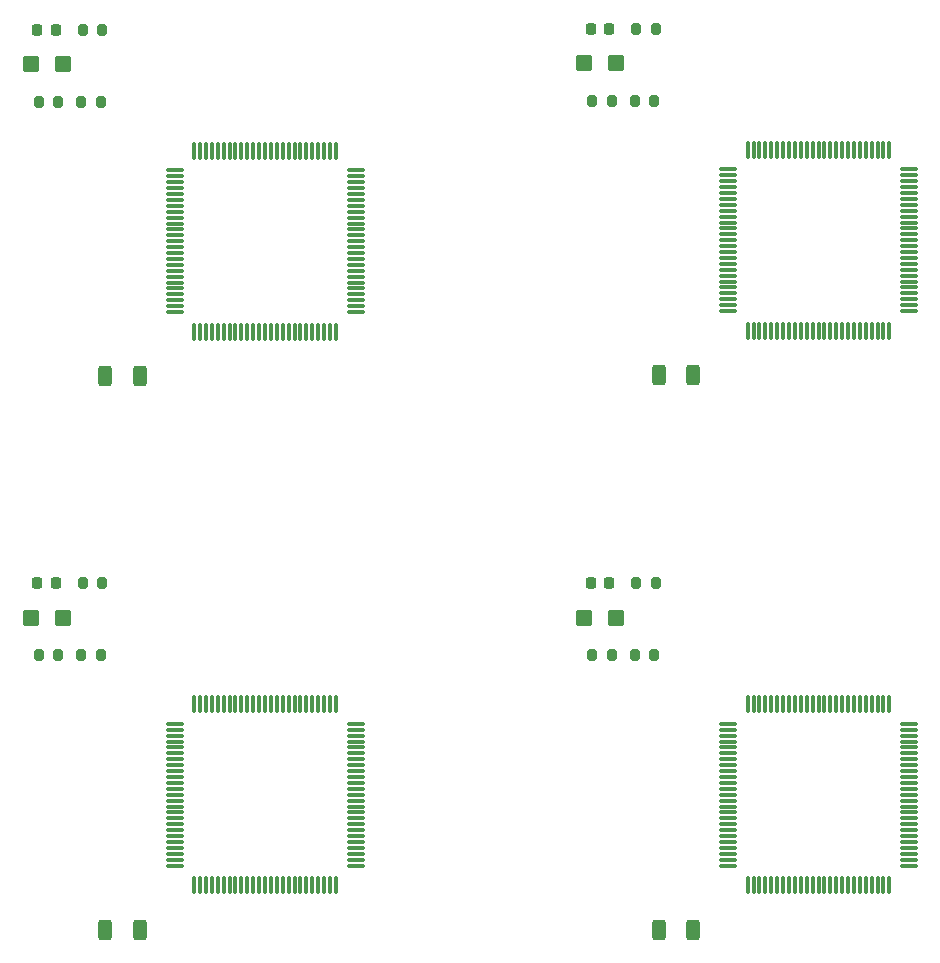
<source format=gts>
%TF.GenerationSoftware,KiCad,Pcbnew,6.0.7+dfsg-1~bpo11+1*%
%TF.CreationDate,2022-08-31T21:43:44+02:00*%
%TF.ProjectId,PIC32MX795F512L,50494333-324d-4583-9739-35463531324c,rev?*%
%TF.SameCoordinates,Original*%
%TF.FileFunction,Soldermask,Top*%
%TF.FilePolarity,Negative*%
%FSLAX46Y46*%
G04 Gerber Fmt 4.6, Leading zero omitted, Abs format (unit mm)*
G04 Created by KiCad (PCBNEW 6.0.7+dfsg-1~bpo11+1) date 2022-08-31 21:43:44*
%MOMM*%
%LPD*%
G01*
G04 APERTURE LIST*
G04 Aperture macros list*
%AMRoundRect*
0 Rectangle with rounded corners*
0 $1 Rounding radius*
0 $2 $3 $4 $5 $6 $7 $8 $9 X,Y pos of 4 corners*
0 Add a 4 corners polygon primitive as box body*
4,1,4,$2,$3,$4,$5,$6,$7,$8,$9,$2,$3,0*
0 Add four circle primitives for the rounded corners*
1,1,$1+$1,$2,$3*
1,1,$1+$1,$4,$5*
1,1,$1+$1,$6,$7*
1,1,$1+$1,$8,$9*
0 Add four rect primitives between the rounded corners*
20,1,$1+$1,$2,$3,$4,$5,0*
20,1,$1+$1,$4,$5,$6,$7,0*
20,1,$1+$1,$6,$7,$8,$9,0*
20,1,$1+$1,$8,$9,$2,$3,0*%
G04 Aperture macros list end*
%ADD10RoundRect,0.218750X0.218750X0.256250X-0.218750X0.256250X-0.218750X-0.256250X0.218750X-0.256250X0*%
%ADD11RoundRect,0.200000X-0.200000X-0.275000X0.200000X-0.275000X0.200000X0.275000X-0.200000X0.275000X0*%
%ADD12RoundRect,0.075000X-0.662500X-0.075000X0.662500X-0.075000X0.662500X0.075000X-0.662500X0.075000X0*%
%ADD13RoundRect,0.075000X-0.075000X-0.662500X0.075000X-0.662500X0.075000X0.662500X-0.075000X0.662500X0*%
%ADD14RoundRect,0.250000X-0.312500X-0.625000X0.312500X-0.625000X0.312500X0.625000X-0.312500X0.625000X0*%
%ADD15RoundRect,0.250000X-0.450000X-0.425000X0.450000X-0.425000X0.450000X0.425000X-0.450000X0.425000X0*%
G04 APERTURE END LIST*
D10*
%TO.C,D1001*%
X148260000Y-85745355D03*
X146685000Y-85745355D03*
%TD*%
D11*
%TO.C,R1001*%
X150559000Y-85745355D03*
X152209000Y-85745355D03*
%TD*%
%TO.C,R104*%
X150432000Y-91841355D03*
X152082000Y-91841355D03*
%TD*%
D12*
%TO.C,U101*%
X158326500Y-97652355D03*
X158326500Y-98152355D03*
X158326500Y-98652355D03*
X158326500Y-99152355D03*
X158326500Y-99652355D03*
X158326500Y-100152355D03*
X158326500Y-100652355D03*
X158326500Y-101152355D03*
X158326500Y-101652355D03*
X158326500Y-102152355D03*
X158326500Y-102652355D03*
X158326500Y-103152355D03*
X158326500Y-103652355D03*
X158326500Y-104152355D03*
X158326500Y-104652355D03*
X158326500Y-105152355D03*
X158326500Y-105652355D03*
X158326500Y-106152355D03*
X158326500Y-106652355D03*
X158326500Y-107152355D03*
X158326500Y-107652355D03*
X158326500Y-108152355D03*
X158326500Y-108652355D03*
X158326500Y-109152355D03*
X158326500Y-109652355D03*
D13*
X159989000Y-111314855D03*
X160489000Y-111314855D03*
X160989000Y-111314855D03*
X161489000Y-111314855D03*
X161989000Y-111314855D03*
X162489000Y-111314855D03*
X162989000Y-111314855D03*
X163489000Y-111314855D03*
X163989000Y-111314855D03*
X164489000Y-111314855D03*
X164989000Y-111314855D03*
X165489000Y-111314855D03*
X165989000Y-111314855D03*
X166489000Y-111314855D03*
X166989000Y-111314855D03*
X167489000Y-111314855D03*
X167989000Y-111314855D03*
X168489000Y-111314855D03*
X168989000Y-111314855D03*
X169489000Y-111314855D03*
X169989000Y-111314855D03*
X170489000Y-111314855D03*
X170989000Y-111314855D03*
X171489000Y-111314855D03*
X171989000Y-111314855D03*
D12*
X173651500Y-109652355D03*
X173651500Y-109152355D03*
X173651500Y-108652355D03*
X173651500Y-108152355D03*
X173651500Y-107652355D03*
X173651500Y-107152355D03*
X173651500Y-106652355D03*
X173651500Y-106152355D03*
X173651500Y-105652355D03*
X173651500Y-105152355D03*
X173651500Y-104652355D03*
X173651500Y-104152355D03*
X173651500Y-103652355D03*
X173651500Y-103152355D03*
X173651500Y-102652355D03*
X173651500Y-102152355D03*
X173651500Y-101652355D03*
X173651500Y-101152355D03*
X173651500Y-100652355D03*
X173651500Y-100152355D03*
X173651500Y-99652355D03*
X173651500Y-99152355D03*
X173651500Y-98652355D03*
X173651500Y-98152355D03*
X173651500Y-97652355D03*
D13*
X171989000Y-95989855D03*
X171489000Y-95989855D03*
X170989000Y-95989855D03*
X170489000Y-95989855D03*
X169989000Y-95989855D03*
X169489000Y-95989855D03*
X168989000Y-95989855D03*
X168489000Y-95989855D03*
X167989000Y-95989855D03*
X167489000Y-95989855D03*
X166989000Y-95989855D03*
X166489000Y-95989855D03*
X165989000Y-95989855D03*
X165489000Y-95989855D03*
X164989000Y-95989855D03*
X164489000Y-95989855D03*
X163989000Y-95989855D03*
X163489000Y-95989855D03*
X162989000Y-95989855D03*
X162489000Y-95989855D03*
X161989000Y-95989855D03*
X161489000Y-95989855D03*
X160989000Y-95989855D03*
X160489000Y-95989855D03*
X159989000Y-95989855D03*
%TD*%
D11*
%TO.C,R103*%
X146812000Y-91841355D03*
X148462000Y-91841355D03*
%TD*%
D14*
%TO.C,R105*%
X152461500Y-115082355D03*
X155386500Y-115082355D03*
%TD*%
D15*
%TO.C,C112*%
X146146500Y-88666355D03*
X148846500Y-88666355D03*
%TD*%
D10*
%TO.C,D1001*%
X101397000Y-85745355D03*
X99822000Y-85745355D03*
%TD*%
D11*
%TO.C,R1001*%
X103696000Y-85745355D03*
X105346000Y-85745355D03*
%TD*%
%TO.C,R104*%
X103569000Y-91841355D03*
X105219000Y-91841355D03*
%TD*%
D12*
%TO.C,U101*%
X111463500Y-97652355D03*
X111463500Y-98152355D03*
X111463500Y-98652355D03*
X111463500Y-99152355D03*
X111463500Y-99652355D03*
X111463500Y-100152355D03*
X111463500Y-100652355D03*
X111463500Y-101152355D03*
X111463500Y-101652355D03*
X111463500Y-102152355D03*
X111463500Y-102652355D03*
X111463500Y-103152355D03*
X111463500Y-103652355D03*
X111463500Y-104152355D03*
X111463500Y-104652355D03*
X111463500Y-105152355D03*
X111463500Y-105652355D03*
X111463500Y-106152355D03*
X111463500Y-106652355D03*
X111463500Y-107152355D03*
X111463500Y-107652355D03*
X111463500Y-108152355D03*
X111463500Y-108652355D03*
X111463500Y-109152355D03*
X111463500Y-109652355D03*
D13*
X113126000Y-111314855D03*
X113626000Y-111314855D03*
X114126000Y-111314855D03*
X114626000Y-111314855D03*
X115126000Y-111314855D03*
X115626000Y-111314855D03*
X116126000Y-111314855D03*
X116626000Y-111314855D03*
X117126000Y-111314855D03*
X117626000Y-111314855D03*
X118126000Y-111314855D03*
X118626000Y-111314855D03*
X119126000Y-111314855D03*
X119626000Y-111314855D03*
X120126000Y-111314855D03*
X120626000Y-111314855D03*
X121126000Y-111314855D03*
X121626000Y-111314855D03*
X122126000Y-111314855D03*
X122626000Y-111314855D03*
X123126000Y-111314855D03*
X123626000Y-111314855D03*
X124126000Y-111314855D03*
X124626000Y-111314855D03*
X125126000Y-111314855D03*
D12*
X126788500Y-109652355D03*
X126788500Y-109152355D03*
X126788500Y-108652355D03*
X126788500Y-108152355D03*
X126788500Y-107652355D03*
X126788500Y-107152355D03*
X126788500Y-106652355D03*
X126788500Y-106152355D03*
X126788500Y-105652355D03*
X126788500Y-105152355D03*
X126788500Y-104652355D03*
X126788500Y-104152355D03*
X126788500Y-103652355D03*
X126788500Y-103152355D03*
X126788500Y-102652355D03*
X126788500Y-102152355D03*
X126788500Y-101652355D03*
X126788500Y-101152355D03*
X126788500Y-100652355D03*
X126788500Y-100152355D03*
X126788500Y-99652355D03*
X126788500Y-99152355D03*
X126788500Y-98652355D03*
X126788500Y-98152355D03*
X126788500Y-97652355D03*
D13*
X125126000Y-95989855D03*
X124626000Y-95989855D03*
X124126000Y-95989855D03*
X123626000Y-95989855D03*
X123126000Y-95989855D03*
X122626000Y-95989855D03*
X122126000Y-95989855D03*
X121626000Y-95989855D03*
X121126000Y-95989855D03*
X120626000Y-95989855D03*
X120126000Y-95989855D03*
X119626000Y-95989855D03*
X119126000Y-95989855D03*
X118626000Y-95989855D03*
X118126000Y-95989855D03*
X117626000Y-95989855D03*
X117126000Y-95989855D03*
X116626000Y-95989855D03*
X116126000Y-95989855D03*
X115626000Y-95989855D03*
X115126000Y-95989855D03*
X114626000Y-95989855D03*
X114126000Y-95989855D03*
X113626000Y-95989855D03*
X113126000Y-95989855D03*
%TD*%
D11*
%TO.C,R103*%
X99949000Y-91841355D03*
X101599000Y-91841355D03*
%TD*%
D14*
%TO.C,R105*%
X105598500Y-115082355D03*
X108523500Y-115082355D03*
%TD*%
D15*
%TO.C,C112*%
X99283500Y-88666355D03*
X101983500Y-88666355D03*
%TD*%
D10*
%TO.C,D1001*%
X101397000Y-38882355D03*
X99822000Y-38882355D03*
%TD*%
D11*
%TO.C,R1001*%
X103696000Y-38882355D03*
X105346000Y-38882355D03*
%TD*%
%TO.C,R104*%
X103569000Y-44978355D03*
X105219000Y-44978355D03*
%TD*%
D12*
%TO.C,U101*%
X111463500Y-50789355D03*
X111463500Y-51289355D03*
X111463500Y-51789355D03*
X111463500Y-52289355D03*
X111463500Y-52789355D03*
X111463500Y-53289355D03*
X111463500Y-53789355D03*
X111463500Y-54289355D03*
X111463500Y-54789355D03*
X111463500Y-55289355D03*
X111463500Y-55789355D03*
X111463500Y-56289355D03*
X111463500Y-56789355D03*
X111463500Y-57289355D03*
X111463500Y-57789355D03*
X111463500Y-58289355D03*
X111463500Y-58789355D03*
X111463500Y-59289355D03*
X111463500Y-59789355D03*
X111463500Y-60289355D03*
X111463500Y-60789355D03*
X111463500Y-61289355D03*
X111463500Y-61789355D03*
X111463500Y-62289355D03*
X111463500Y-62789355D03*
D13*
X113126000Y-64451855D03*
X113626000Y-64451855D03*
X114126000Y-64451855D03*
X114626000Y-64451855D03*
X115126000Y-64451855D03*
X115626000Y-64451855D03*
X116126000Y-64451855D03*
X116626000Y-64451855D03*
X117126000Y-64451855D03*
X117626000Y-64451855D03*
X118126000Y-64451855D03*
X118626000Y-64451855D03*
X119126000Y-64451855D03*
X119626000Y-64451855D03*
X120126000Y-64451855D03*
X120626000Y-64451855D03*
X121126000Y-64451855D03*
X121626000Y-64451855D03*
X122126000Y-64451855D03*
X122626000Y-64451855D03*
X123126000Y-64451855D03*
X123626000Y-64451855D03*
X124126000Y-64451855D03*
X124626000Y-64451855D03*
X125126000Y-64451855D03*
D12*
X126788500Y-62789355D03*
X126788500Y-62289355D03*
X126788500Y-61789355D03*
X126788500Y-61289355D03*
X126788500Y-60789355D03*
X126788500Y-60289355D03*
X126788500Y-59789355D03*
X126788500Y-59289355D03*
X126788500Y-58789355D03*
X126788500Y-58289355D03*
X126788500Y-57789355D03*
X126788500Y-57289355D03*
X126788500Y-56789355D03*
X126788500Y-56289355D03*
X126788500Y-55789355D03*
X126788500Y-55289355D03*
X126788500Y-54789355D03*
X126788500Y-54289355D03*
X126788500Y-53789355D03*
X126788500Y-53289355D03*
X126788500Y-52789355D03*
X126788500Y-52289355D03*
X126788500Y-51789355D03*
X126788500Y-51289355D03*
X126788500Y-50789355D03*
D13*
X125126000Y-49126855D03*
X124626000Y-49126855D03*
X124126000Y-49126855D03*
X123626000Y-49126855D03*
X123126000Y-49126855D03*
X122626000Y-49126855D03*
X122126000Y-49126855D03*
X121626000Y-49126855D03*
X121126000Y-49126855D03*
X120626000Y-49126855D03*
X120126000Y-49126855D03*
X119626000Y-49126855D03*
X119126000Y-49126855D03*
X118626000Y-49126855D03*
X118126000Y-49126855D03*
X117626000Y-49126855D03*
X117126000Y-49126855D03*
X116626000Y-49126855D03*
X116126000Y-49126855D03*
X115626000Y-49126855D03*
X115126000Y-49126855D03*
X114626000Y-49126855D03*
X114126000Y-49126855D03*
X113626000Y-49126855D03*
X113126000Y-49126855D03*
%TD*%
D11*
%TO.C,R103*%
X99949000Y-44978355D03*
X101599000Y-44978355D03*
%TD*%
D14*
%TO.C,R105*%
X105598500Y-68219355D03*
X108523500Y-68219355D03*
%TD*%
D15*
%TO.C,C112*%
X99283500Y-41803355D03*
X101983500Y-41803355D03*
%TD*%
%TO.C,C112*%
X146146500Y-41717855D03*
X148846500Y-41717855D03*
%TD*%
D14*
%TO.C,R105*%
X152461500Y-68133855D03*
X155386500Y-68133855D03*
%TD*%
D11*
%TO.C,R103*%
X146812000Y-44892855D03*
X148462000Y-44892855D03*
%TD*%
D12*
%TO.C,U101*%
X158326500Y-50703855D03*
X158326500Y-51203855D03*
X158326500Y-51703855D03*
X158326500Y-52203855D03*
X158326500Y-52703855D03*
X158326500Y-53203855D03*
X158326500Y-53703855D03*
X158326500Y-54203855D03*
X158326500Y-54703855D03*
X158326500Y-55203855D03*
X158326500Y-55703855D03*
X158326500Y-56203855D03*
X158326500Y-56703855D03*
X158326500Y-57203855D03*
X158326500Y-57703855D03*
X158326500Y-58203855D03*
X158326500Y-58703855D03*
X158326500Y-59203855D03*
X158326500Y-59703855D03*
X158326500Y-60203855D03*
X158326500Y-60703855D03*
X158326500Y-61203855D03*
X158326500Y-61703855D03*
X158326500Y-62203855D03*
X158326500Y-62703855D03*
D13*
X159989000Y-64366355D03*
X160489000Y-64366355D03*
X160989000Y-64366355D03*
X161489000Y-64366355D03*
X161989000Y-64366355D03*
X162489000Y-64366355D03*
X162989000Y-64366355D03*
X163489000Y-64366355D03*
X163989000Y-64366355D03*
X164489000Y-64366355D03*
X164989000Y-64366355D03*
X165489000Y-64366355D03*
X165989000Y-64366355D03*
X166489000Y-64366355D03*
X166989000Y-64366355D03*
X167489000Y-64366355D03*
X167989000Y-64366355D03*
X168489000Y-64366355D03*
X168989000Y-64366355D03*
X169489000Y-64366355D03*
X169989000Y-64366355D03*
X170489000Y-64366355D03*
X170989000Y-64366355D03*
X171489000Y-64366355D03*
X171989000Y-64366355D03*
D12*
X173651500Y-62703855D03*
X173651500Y-62203855D03*
X173651500Y-61703855D03*
X173651500Y-61203855D03*
X173651500Y-60703855D03*
X173651500Y-60203855D03*
X173651500Y-59703855D03*
X173651500Y-59203855D03*
X173651500Y-58703855D03*
X173651500Y-58203855D03*
X173651500Y-57703855D03*
X173651500Y-57203855D03*
X173651500Y-56703855D03*
X173651500Y-56203855D03*
X173651500Y-55703855D03*
X173651500Y-55203855D03*
X173651500Y-54703855D03*
X173651500Y-54203855D03*
X173651500Y-53703855D03*
X173651500Y-53203855D03*
X173651500Y-52703855D03*
X173651500Y-52203855D03*
X173651500Y-51703855D03*
X173651500Y-51203855D03*
X173651500Y-50703855D03*
D13*
X171989000Y-49041355D03*
X171489000Y-49041355D03*
X170989000Y-49041355D03*
X170489000Y-49041355D03*
X169989000Y-49041355D03*
X169489000Y-49041355D03*
X168989000Y-49041355D03*
X168489000Y-49041355D03*
X167989000Y-49041355D03*
X167489000Y-49041355D03*
X166989000Y-49041355D03*
X166489000Y-49041355D03*
X165989000Y-49041355D03*
X165489000Y-49041355D03*
X164989000Y-49041355D03*
X164489000Y-49041355D03*
X163989000Y-49041355D03*
X163489000Y-49041355D03*
X162989000Y-49041355D03*
X162489000Y-49041355D03*
X161989000Y-49041355D03*
X161489000Y-49041355D03*
X160989000Y-49041355D03*
X160489000Y-49041355D03*
X159989000Y-49041355D03*
%TD*%
D11*
%TO.C,R104*%
X150432000Y-44892855D03*
X152082000Y-44892855D03*
%TD*%
%TO.C,R1001*%
X150559000Y-38796855D03*
X152209000Y-38796855D03*
%TD*%
D10*
%TO.C,D1001*%
X148260000Y-38796855D03*
X146685000Y-38796855D03*
%TD*%
M02*

</source>
